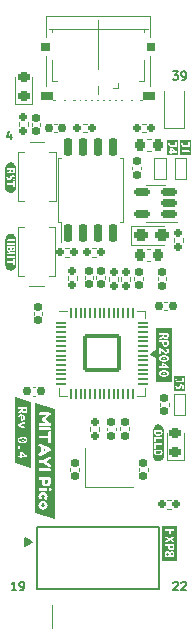
<source format=gbr>
%TF.GenerationSoftware,KiCad,Pcbnew,(6.0.7)*%
%TF.CreationDate,2022-09-23T08:48:44+05:30*%
%TF.ProjectId,Mitayi-Pico-RP2040,4d697461-7969-42d5-9069-636f2d525032,0.4*%
%TF.SameCoordinates,PX825e060PY6d4a840*%
%TF.FileFunction,Legend,Top*%
%TF.FilePolarity,Positive*%
%FSLAX46Y46*%
G04 Gerber Fmt 4.6, Leading zero omitted, Abs format (unit mm)*
G04 Created by KiCad (PCBNEW (6.0.7)) date 2022-09-23 08:48:44*
%MOMM*%
%LPD*%
G01*
G04 APERTURE LIST*
G04 Aperture macros list*
%AMRoundRect*
0 Rectangle with rounded corners*
0 $1 Rounding radius*
0 $2 $3 $4 $5 $6 $7 $8 $9 X,Y pos of 4 corners*
0 Add a 4 corners polygon primitive as box body*
4,1,4,$2,$3,$4,$5,$6,$7,$8,$9,$2,$3,0*
0 Add four circle primitives for the rounded corners*
1,1,$1+$1,$2,$3*
1,1,$1+$1,$4,$5*
1,1,$1+$1,$6,$7*
1,1,$1+$1,$8,$9*
0 Add four rect primitives between the rounded corners*
20,1,$1+$1,$2,$3,$4,$5,0*
20,1,$1+$1,$4,$5,$6,$7,0*
20,1,$1+$1,$6,$7,$8,$9,0*
20,1,$1+$1,$8,$9,$2,$3,0*%
%AMFreePoly0*
4,1,13,-0.340000,0.160000,-0.327821,0.221229,-0.293137,0.273137,-0.241229,0.307821,-0.180000,0.320000,0.340000,0.320000,0.340000,-0.320000,-0.180000,-0.320000,-0.241229,-0.307821,-0.293137,-0.273137,-0.327821,-0.221229,-0.340000,-0.160000,-0.340000,0.160000,-0.340000,0.160000,$1*%
%AMFreePoly1*
4,1,13,-0.340000,0.320000,0.180000,0.320000,0.241229,0.307821,0.293137,0.273137,0.327821,0.221229,0.340000,0.160000,0.340000,-0.160000,0.327821,-0.221229,0.293137,-0.273137,0.241229,-0.307821,0.180000,-0.320000,-0.340000,-0.320000,-0.340000,0.320000,-0.340000,0.320000,$1*%
G04 Aperture macros list end*
%ADD10C,0.150000*%
%ADD11C,0.120000*%
%ADD12C,0.100000*%
%ADD13C,0.020000*%
%ADD14FreePoly0,270.000000*%
%ADD15FreePoly1,270.000000*%
%ADD16RoundRect,0.218750X0.256250X-0.218750X0.256250X0.218750X-0.256250X0.218750X-0.256250X-0.218750X0*%
%ADD17RoundRect,0.155000X0.155000X-0.212500X0.155000X0.212500X-0.155000X0.212500X-0.155000X-0.212500X0*%
%ADD18RoundRect,0.225000X0.225000X0.250000X-0.225000X0.250000X-0.225000X-0.250000X0.225000X-0.250000X0*%
%ADD19RoundRect,0.155000X0.212500X0.155000X-0.212500X0.155000X-0.212500X-0.155000X0.212500X-0.155000X0*%
%ADD20RoundRect,0.160000X0.197500X0.160000X-0.197500X0.160000X-0.197500X-0.160000X0.197500X-0.160000X0*%
%ADD21C,1.500000*%
%ADD22RoundRect,0.160000X-0.160000X0.197500X-0.160000X-0.197500X0.160000X-0.197500X0.160000X0.197500X0*%
%ADD23RoundRect,0.155000X-0.212500X-0.155000X0.212500X-0.155000X0.212500X0.155000X-0.212500X0.155000X0*%
%ADD24RoundRect,0.050000X-0.387500X-0.050000X0.387500X-0.050000X0.387500X0.050000X-0.387500X0.050000X0*%
%ADD25RoundRect,0.050000X-0.050000X-0.387500X0.050000X-0.387500X0.050000X0.387500X-0.050000X0.387500X0*%
%ADD26RoundRect,0.144000X-1.456000X-1.456000X1.456000X-1.456000X1.456000X1.456000X-1.456000X1.456000X0*%
%ADD27RoundRect,0.155000X-0.155000X0.212500X-0.155000X-0.212500X0.155000X-0.212500X0.155000X0.212500X0*%
%ADD28RoundRect,0.150000X0.150000X-0.650000X0.150000X0.650000X-0.150000X0.650000X-0.150000X-0.650000X0*%
%ADD29O,1.600000X1.700000*%
%ADD30R,1.600000X3.200000*%
%ADD31FreePoly0,90.000000*%
%ADD32FreePoly1,90.000000*%
%ADD33RoundRect,0.225000X-0.225000X-0.250000X0.225000X-0.250000X0.225000X0.250000X-0.225000X0.250000X0*%
%ADD34C,0.670000*%
%ADD35R,0.300000X1.450000*%
%ADD36RoundRect,0.500000X0.000000X0.300000X0.000000X0.300000X0.000000X-0.300000X0.000000X-0.300000X0*%
%ADD37R,1.400000X1.200000*%
%ADD38RoundRect,0.160000X0.160000X-0.197500X0.160000X0.197500X-0.160000X0.197500X-0.160000X-0.197500X0*%
%ADD39R,1.000000X1.000000*%
%ADD40R,0.400000X1.350000*%
%ADD41R,1.500000X1.900000*%
%ADD42O,1.200000X1.900000*%
%ADD43C,1.450000*%
%ADD44R,1.200000X1.900000*%
%ADD45R,1.700000X1.150000*%
%ADD46R,3.200000X1.600000*%
%ADD47O,1.700000X1.600000*%
%ADD48RoundRect,0.250000X-0.312500X-0.275000X0.312500X-0.275000X0.312500X0.275000X-0.312500X0.275000X0*%
%ADD49RoundRect,0.160000X-0.197500X-0.160000X0.197500X-0.160000X0.197500X0.160000X-0.197500X0.160000X0*%
%ADD50RoundRect,0.150000X0.512500X0.150000X-0.512500X0.150000X-0.512500X-0.150000X0.512500X-0.150000X0*%
%ADD51R,1.700000X1.700000*%
%ADD52O,1.700000X1.700000*%
G04 APERTURE END LIST*
D10*
X15650000Y3700000D02*
X5350000Y3700000D01*
X15650000Y8950000D02*
X15650000Y3700000D01*
X15650000Y8950000D02*
X5350000Y8950000D01*
X5350000Y3700000D02*
X5350000Y8950000D01*
X16833333Y47483334D02*
X17266666Y47483334D01*
X17033333Y47216667D01*
X17133333Y47216667D01*
X17200000Y47183334D01*
X17233333Y47150000D01*
X17266666Y47083334D01*
X17266666Y46916667D01*
X17233333Y46850000D01*
X17200000Y46816667D01*
X17133333Y46783334D01*
X16933333Y46783334D01*
X16866666Y46816667D01*
X16833333Y46850000D01*
X17600000Y46783334D02*
X17733333Y46783334D01*
X17800000Y46816667D01*
X17833333Y46850000D01*
X17900000Y46950000D01*
X17933333Y47083334D01*
X17933333Y47350000D01*
X17900000Y47416667D01*
X17866666Y47450000D01*
X17800000Y47483334D01*
X17666666Y47483334D01*
X17600000Y47450000D01*
X17566666Y47416667D01*
X17533333Y47350000D01*
X17533333Y47183334D01*
X17566666Y47116667D01*
X17600000Y47083334D01*
X17666666Y47050000D01*
X17800000Y47050000D01*
X17866666Y47083334D01*
X17900000Y47116667D01*
X17933333Y47183334D01*
X4340476Y7954762D02*
X4302380Y7954762D01*
X4416666Y7916667D02*
X4302380Y7916667D01*
X4492857Y7878572D02*
X4302380Y7878572D01*
X4569047Y7840477D02*
X4302380Y7840477D01*
X4607142Y7802381D02*
X4302380Y7802381D01*
X4683333Y7764286D02*
X4302380Y7764286D01*
X4759523Y7726191D02*
X4302380Y7726191D01*
X4835714Y7688096D02*
X4302380Y7688096D01*
X4911904Y7650000D02*
X4302380Y7650000D01*
X4835714Y7611905D02*
X4302380Y7611905D01*
X4759523Y7573810D02*
X4302380Y7573810D01*
X4683333Y7535715D02*
X4302380Y7535715D01*
X4607142Y7497620D02*
X4302380Y7497620D01*
X4569047Y7459524D02*
X4302380Y7459524D01*
X4492857Y7421429D02*
X4302380Y7421429D01*
X4416666Y7383334D02*
X4302380Y7383334D01*
X4302380Y7345239D02*
X4873809Y7650000D01*
X4302380Y7954762D01*
X4340476Y7345239D02*
X4302380Y7345239D01*
X4911904Y7650000D02*
X4302380Y7307143D01*
X4302380Y7992858D01*
X4911904Y7650000D01*
X16866666Y4216667D02*
X16900000Y4250000D01*
X16966666Y4283334D01*
X17133333Y4283334D01*
X17200000Y4250000D01*
X17233333Y4216667D01*
X17266666Y4150000D01*
X17266666Y4083334D01*
X17233333Y3983334D01*
X16833333Y3583334D01*
X17266666Y3583334D01*
X17533333Y4216667D02*
X17566666Y4250000D01*
X17633333Y4283334D01*
X17800000Y4283334D01*
X17866666Y4250000D01*
X17900000Y4216667D01*
X17933333Y4150000D01*
X17933333Y4083334D01*
X17900000Y3983334D01*
X17500000Y3583334D01*
X17933333Y3583334D01*
X3133333Y42200000D02*
X3133333Y41733334D01*
X2966666Y42466667D02*
X2800000Y41966667D01*
X3233333Y41966667D01*
X3566666Y3583334D02*
X3166666Y3583334D01*
X3366666Y3583334D02*
X3366666Y4283334D01*
X3300000Y4183334D01*
X3233333Y4116667D01*
X3166666Y4083334D01*
X3900000Y3583334D02*
X4033333Y3583334D01*
X4100000Y3616667D01*
X4133333Y3650000D01*
X4200000Y3750000D01*
X4233333Y3883334D01*
X4233333Y4150000D01*
X4200000Y4216667D01*
X4166666Y4250000D01*
X4100000Y4283334D01*
X3966666Y4283334D01*
X3900000Y4250000D01*
X3866666Y4216667D01*
X3833333Y4150000D01*
X3833333Y3983334D01*
X3866666Y3916667D01*
X3900000Y3883334D01*
X3966666Y3850000D01*
X4100000Y3850000D01*
X4166666Y3883334D01*
X4200000Y3916667D01*
X4233333Y3983334D01*
X15559523Y23245239D02*
X15597619Y23245239D01*
X15483333Y23283334D02*
X15597619Y23283334D01*
X15407142Y23321429D02*
X15597619Y23321429D01*
X15330952Y23359524D02*
X15597619Y23359524D01*
X15292857Y23397620D02*
X15597619Y23397620D01*
X15216666Y23435715D02*
X15597619Y23435715D01*
X15140476Y23473810D02*
X15597619Y23473810D01*
X15064285Y23511905D02*
X15597619Y23511905D01*
X14988095Y23550000D02*
X15597619Y23550000D01*
X15064285Y23588096D02*
X15597619Y23588096D01*
X15140476Y23626191D02*
X15597619Y23626191D01*
X15216666Y23664286D02*
X15597619Y23664286D01*
X15292857Y23702381D02*
X15597619Y23702381D01*
X15330952Y23740477D02*
X15597619Y23740477D01*
X15407142Y23778572D02*
X15597619Y23778572D01*
X15483333Y23816667D02*
X15597619Y23816667D01*
X15597619Y23854762D02*
X15026190Y23550000D01*
X15597619Y23245239D01*
X15559523Y23854762D02*
X15597619Y23854762D01*
X14988095Y23550000D02*
X15597619Y23892858D01*
X15597619Y23207143D01*
X14988095Y23550000D01*
D11*
%TO.C,JP5*%
X16920000Y20190000D02*
X16920000Y18390000D01*
X17880000Y20190000D02*
X16920000Y20190000D01*
X17880000Y18390000D02*
X16920000Y18390000D01*
X17880000Y20190000D02*
X17880000Y18390000D01*
%TO.C,D2*%
X16295000Y14565000D02*
X17765000Y14565000D01*
X17765000Y14565000D02*
X17765000Y16850000D01*
X16295000Y16850000D02*
X16295000Y14565000D01*
%TO.C,C17*%
X8150000Y13664165D02*
X8150000Y13895835D01*
X8870000Y13664165D02*
X8870000Y13895835D01*
%TO.C,C12*%
X5070000Y26894165D02*
X5070000Y27125835D01*
X5790000Y26894165D02*
X5790000Y27125835D01*
%TO.C,C13*%
X14950580Y41800000D02*
X14669420Y41800000D01*
X14950580Y40780000D02*
X14669420Y40780000D01*
%TO.C,C6*%
X5195835Y20760000D02*
X4964165Y20760000D01*
X5195835Y20040000D02*
X4964165Y20040000D01*
%TO.C,C11*%
X16265000Y29814165D02*
X16265000Y30045835D01*
X15545000Y29814165D02*
X15545000Y30045835D01*
%TO.C,kibuzzard-631DD065*%
G36*
X16814160Y7302985D02*
G01*
X16814795Y7264250D01*
X16807651Y7208211D01*
X16786220Y7164555D01*
X16747644Y7136456D01*
X16689065Y7127090D01*
X16627311Y7136615D01*
X16586830Y7165190D01*
X16564446Y7212497D01*
X16556985Y7278220D01*
X16556985Y7341720D01*
X16810985Y7341720D01*
X16814160Y7302985D01*
G37*
G36*
X17172512Y9021083D02*
G01*
X17172512Y6078917D01*
X15927488Y6078917D01*
X15927488Y6617820D01*
X16139155Y6617820D01*
X16144235Y6547652D01*
X16159475Y6489550D01*
X16210910Y6405095D01*
X16281395Y6358105D01*
X16358865Y6343500D01*
X16416015Y6350961D01*
X16468085Y6373345D01*
X16515710Y6413826D01*
X16559525Y6475580D01*
X16599371Y6426050D01*
X16647790Y6391760D01*
X16700971Y6371757D01*
X16755105Y6365090D01*
X16839560Y6381759D01*
X16904965Y6431765D01*
X16946875Y6510029D01*
X16960845Y6611470D01*
X16955448Y6676875D01*
X16939255Y6730850D01*
X16884645Y6808320D01*
X16810350Y6850865D01*
X16730975Y6864200D01*
X16639535Y6843880D01*
X16597625Y6814670D01*
X16558255Y6767680D01*
X16514599Y6819432D01*
X16464910Y6855310D01*
X16410459Y6876265D01*
X16352515Y6883250D01*
X16262980Y6864200D01*
X16195670Y6810225D01*
X16153760Y6726405D01*
X16142806Y6674811D01*
X16139155Y6617820D01*
X15927488Y6617820D01*
X15927488Y7341720D01*
X16155665Y7341720D01*
X16421095Y7341720D01*
X16421095Y7285840D01*
X16428080Y7191931D01*
X16449035Y7113402D01*
X16483960Y7050255D01*
X16534548Y7004041D01*
X16602493Y6976313D01*
X16687795Y6967070D01*
X16772250Y6976242D01*
X16839348Y7003759D01*
X16889090Y7049620D01*
X16923309Y7112132D01*
X16943841Y7189602D01*
X16950685Y7282030D01*
X16949415Y7331560D01*
X16946240Y7388710D01*
X16940525Y7446495D01*
X16931635Y7497930D01*
X16155665Y7497930D01*
X16155665Y7341720D01*
X15927488Y7341720D01*
X15927488Y7749390D01*
X16155665Y7749390D01*
X16155665Y7580480D01*
X16238850Y7614770D01*
X16289650Y7638106D01*
X16344260Y7664935D01*
X16401569Y7694621D01*
X16460465Y7726530D01*
X16518885Y7759868D01*
X16574765Y7793840D01*
X16941795Y7593180D01*
X16941795Y7750660D01*
X16690335Y7881470D01*
X16941795Y8005930D01*
X16941795Y8174840D01*
X16570955Y7969100D01*
X16515234Y8000215D01*
X16457290Y8032600D01*
X16399029Y8064826D01*
X16342355Y8095465D01*
X16288380Y8124040D01*
X16238215Y8150075D01*
X16155665Y8187540D01*
X16155665Y8018630D01*
X16224404Y7989420D01*
X16301080Y7955130D01*
X16380296Y7918300D01*
X16456655Y7881470D01*
X16377915Y7844164D01*
X16299175Y7808445D01*
X16223927Y7776219D01*
X16155665Y7749390D01*
X15927488Y7749390D01*
X15927488Y8756500D01*
X16155665Y8756500D01*
X16155665Y8252310D01*
X16285205Y8252310D01*
X16285205Y8600290D01*
X16506185Y8600290D01*
X16506185Y8322160D01*
X16635725Y8322160D01*
X16635725Y8600290D01*
X16812255Y8600290D01*
X16812255Y8280250D01*
X16941795Y8280250D01*
X16941795Y8756500D01*
X16155665Y8756500D01*
X15927488Y8756500D01*
X15927488Y9021083D01*
X17172512Y9021083D01*
G37*
G36*
X16808445Y6685765D02*
G01*
X16831305Y6614010D01*
X16809080Y6542255D01*
X16742405Y6512410D01*
X16674460Y6528920D01*
X16610325Y6584800D01*
X16640170Y6647347D01*
X16668745Y6687670D01*
X16741135Y6716880D01*
X16808445Y6685765D01*
G37*
G36*
X16440780Y6718150D02*
G01*
X16506185Y6663540D01*
X16472530Y6584800D01*
X16440780Y6530825D01*
X16405855Y6500345D01*
X16361405Y6490820D01*
X16296000Y6524475D01*
X16268695Y6615280D01*
X16294730Y6701005D01*
X16371565Y6737200D01*
X16440780Y6718150D01*
G37*
%TO.C,kibuzzard-632CA15B*%
G36*
X15924152Y21807443D02*
G01*
X15869895Y21826140D01*
X15817031Y21867574D01*
X15799803Y21923295D01*
X16005150Y21923295D01*
X16029915Y21873130D01*
X16088970Y21853445D01*
X16148660Y21873130D01*
X16174060Y21923295D01*
X16148660Y21975365D01*
X16088970Y21994415D01*
X16029915Y21975365D01*
X16005150Y21923295D01*
X15799803Y21923295D01*
X15799410Y21924565D01*
X15817031Y21980762D01*
X15869895Y22022355D01*
X15924152Y22041405D01*
X15992944Y22052835D01*
X16076270Y22056645D01*
X16158891Y22052835D01*
X16227259Y22041405D01*
X16281375Y22022355D01*
X16334239Y21980762D01*
X16351860Y21924565D01*
X16334239Y21867574D01*
X16281375Y21826140D01*
X16227259Y21807443D01*
X16158891Y21796224D01*
X16076270Y21792485D01*
X15992944Y21796224D01*
X15924152Y21807443D01*
G37*
G36*
X15924152Y23077443D02*
G01*
X15869895Y23096140D01*
X15817031Y23137574D01*
X15799803Y23193295D01*
X16005150Y23193295D01*
X16029915Y23143130D01*
X16088970Y23123445D01*
X16148660Y23143130D01*
X16174060Y23193295D01*
X16148660Y23245365D01*
X16088970Y23264415D01*
X16029915Y23245365D01*
X16005150Y23193295D01*
X15799803Y23193295D01*
X15799410Y23194565D01*
X15817031Y23250762D01*
X15869895Y23292355D01*
X15924152Y23311405D01*
X15992944Y23322835D01*
X16076270Y23326645D01*
X16158891Y23322835D01*
X16227259Y23311405D01*
X16281375Y23292355D01*
X16334239Y23250762D01*
X16351860Y23194565D01*
X16334239Y23137574D01*
X16281375Y23096140D01*
X16227259Y23077443D01*
X16158891Y23066224D01*
X16076270Y23062485D01*
X15992944Y23066224D01*
X15924152Y23077443D01*
G37*
G36*
X16067380Y22654815D02*
G01*
X16140405Y22609730D01*
X16209620Y22562105D01*
X16271850Y22515115D01*
X15994990Y22515115D01*
X15994990Y22692915D01*
X16067380Y22654815D01*
G37*
G36*
X16339795Y24518540D02*
G01*
X16340430Y24479805D01*
X16333286Y24423766D01*
X16311855Y24380110D01*
X16273279Y24352011D01*
X16214700Y24342645D01*
X16152946Y24352170D01*
X16112465Y24380745D01*
X16090081Y24428053D01*
X16082620Y24493775D01*
X16082620Y24557275D01*
X16336620Y24557275D01*
X16339795Y24518540D01*
G37*
G36*
X16339795Y25166875D02*
G01*
X16340430Y25145285D01*
X16333128Y25089088D01*
X16311220Y25044955D01*
X16273755Y25016380D01*
X16219780Y25006855D01*
X16131515Y25042415D01*
X16108179Y25089088D01*
X16100400Y25157985D01*
X16100400Y25192275D01*
X16336620Y25192275D01*
X16339795Y25166875D01*
G37*
G36*
X15400207Y21228182D02*
G01*
X15400207Y21924565D01*
X15664790Y21924565D01*
X15676079Y21842721D01*
X15709946Y21774987D01*
X15766390Y21721365D01*
X15823857Y21690806D01*
X15894660Y21668977D01*
X15978797Y21655881D01*
X16076270Y21651515D01*
X16173147Y21655881D01*
X16256769Y21668977D01*
X16327135Y21690806D01*
X16384245Y21721365D01*
X16440337Y21774987D01*
X16473992Y21842721D01*
X16485210Y21924565D01*
X16473921Y22005139D01*
X16440054Y22072449D01*
X16383610Y22126495D01*
X16326301Y22157610D01*
X16255975Y22179835D01*
X16172631Y22193170D01*
X16076270Y22197615D01*
X15978797Y22193249D01*
X15894660Y22180152D01*
X15823857Y22158324D01*
X15766390Y22127765D01*
X15709946Y22074143D01*
X15676079Y22006409D01*
X15664790Y21924565D01*
X15400207Y21924565D01*
X15400207Y22358905D01*
X15681300Y22358905D01*
X15866720Y22358905D01*
X15866720Y22273815D01*
X15994990Y22273815D01*
X15994990Y22358905D01*
X16467430Y22358905D01*
X16467430Y22498605D01*
X16413296Y22549405D01*
X16352495Y22600205D01*
X16287884Y22649735D01*
X16222320Y22696725D01*
X16157074Y22740540D01*
X16093415Y22780545D01*
X16033884Y22815152D01*
X15981020Y22842775D01*
X15866720Y22842775D01*
X15866720Y22515115D01*
X15681300Y22515115D01*
X15681300Y22358905D01*
X15400207Y22358905D01*
X15400207Y23194565D01*
X15664790Y23194565D01*
X15676079Y23112721D01*
X15709946Y23044987D01*
X15766390Y22991365D01*
X15823857Y22960806D01*
X15894660Y22938977D01*
X15978797Y22925881D01*
X16076270Y22921515D01*
X16173147Y22925881D01*
X16256769Y22938977D01*
X16327135Y22960806D01*
X16384245Y22991365D01*
X16440337Y23044987D01*
X16473992Y23112721D01*
X16485210Y23194565D01*
X16473921Y23275139D01*
X16440054Y23342449D01*
X16383610Y23396495D01*
X16326301Y23427610D01*
X16255975Y23449835D01*
X16172631Y23463170D01*
X16076270Y23467615D01*
X15978797Y23463249D01*
X15894660Y23450152D01*
X15823857Y23428324D01*
X15766390Y23397765D01*
X15709946Y23344143D01*
X15676079Y23276409D01*
X15664790Y23194565D01*
X15400207Y23194565D01*
X15400207Y23560325D01*
X15681300Y23560325D01*
X15810840Y23560325D01*
X15810840Y23898145D01*
X15852750Y23884810D01*
X15897835Y23852425D01*
X15941015Y23811785D01*
X15977210Y23773685D01*
X16040710Y23708915D01*
X16109290Y23651765D01*
X16182315Y23611125D01*
X16260420Y23595885D01*
X16358845Y23616205D01*
X16429330Y23670815D01*
X16471240Y23749555D01*
X16485210Y23842265D01*
X16478860Y23908464D01*
X16459810Y23974980D01*
X16427425Y24037686D01*
X16381070Y24092455D01*
X16271850Y24014985D01*
X16331540Y23934975D01*
X16349320Y23857505D01*
X16323285Y23783845D01*
X16248990Y23754635D01*
X16181680Y23778130D01*
X16113100Y23837820D01*
X16076746Y23875285D01*
X16038805Y23915290D01*
X15998482Y23955295D01*
X15954985Y23992760D01*
X15907836Y24025780D01*
X15856560Y24052450D01*
X15800680Y24070071D01*
X15739720Y24075945D01*
X15713050Y24076580D01*
X15681300Y24073405D01*
X15681300Y23560325D01*
X15400207Y23560325D01*
X15400207Y24557275D01*
X15681300Y24557275D01*
X15946730Y24557275D01*
X15946730Y24501395D01*
X15953715Y24407486D01*
X15974670Y24328957D01*
X16009595Y24265810D01*
X16060183Y24219596D01*
X16128128Y24191868D01*
X16213430Y24182625D01*
X16297885Y24191797D01*
X16364983Y24219314D01*
X16414725Y24265175D01*
X16448944Y24327687D01*
X16469476Y24405157D01*
X16476320Y24497585D01*
X16475050Y24547115D01*
X16471875Y24604265D01*
X16466160Y24662050D01*
X16457270Y24713485D01*
X15681300Y24713485D01*
X15681300Y24557275D01*
X15400207Y24557275D01*
X15400207Y24796035D01*
X15681300Y24796035D01*
X15764485Y24832230D01*
X15852115Y24876045D01*
X15935935Y24923035D01*
X16008960Y24968755D01*
X16044837Y24913193D01*
X16094050Y24876045D01*
X16153105Y24855090D01*
X16218510Y24848105D01*
X16280264Y24853344D01*
X16333445Y24869060D01*
X16414090Y24929385D01*
X16441713Y24972565D01*
X16461080Y25023365D01*
X16472510Y25081150D01*
X16476320Y25145285D01*
X16475050Y25189735D01*
X16471875Y25243075D01*
X16465525Y25298320D01*
X16456000Y25348485D01*
X15681300Y25348485D01*
X15681300Y25192275D01*
X15970860Y25192275D01*
X15970860Y25110995D01*
X15898946Y25067974D01*
X15827985Y25027810D01*
X15756071Y24991456D01*
X15681300Y24959865D01*
X15681300Y24796035D01*
X15400207Y24796035D01*
X15400207Y25771818D01*
X16749793Y25771818D01*
X16749793Y21228182D01*
X15400207Y21228182D01*
G37*
%TO.C,C19*%
X4880000Y42874165D02*
X4880000Y43105835D01*
X5600000Y42874165D02*
X5600000Y43105835D01*
%TO.C,R2*%
X8017621Y32550000D02*
X7682379Y32550000D01*
X8017621Y31790000D02*
X7682379Y31790000D01*
%TO.C,R7*%
X16637621Y10480000D02*
X16302379Y10480000D01*
X16637621Y11240000D02*
X16302379Y11240000D01*
%TO.C,R10*%
X10600000Y17387621D02*
X10600000Y17052379D01*
X9840000Y17387621D02*
X9840000Y17052379D01*
%TO.C,kibuzzard-631DCDB3*%
G36*
X16801111Y40864977D02*
G01*
X16865008Y40825527D01*
X16925571Y40783856D01*
X16980023Y40742739D01*
X16737770Y40742739D01*
X16737770Y40898314D01*
X16801111Y40864977D01*
G37*
G36*
X16333090Y40392696D02*
G01*
X16333090Y40606056D01*
X16463291Y40606056D01*
X16625534Y40606056D01*
X16625534Y40531602D01*
X16737770Y40531602D01*
X16737770Y40606056D01*
X17151155Y40606056D01*
X17151155Y40728293D01*
X17103788Y40772743D01*
X17050587Y40817193D01*
X16994052Y40860532D01*
X16936684Y40901648D01*
X16879593Y40939986D01*
X16823892Y40974991D01*
X16771802Y41005272D01*
X16725546Y41029442D01*
X16625534Y41029442D01*
X16625534Y40742739D01*
X16463291Y40742739D01*
X16463291Y40606056D01*
X16333090Y40606056D01*
X16333090Y41372818D01*
X16448845Y41372818D01*
X16453707Y41311144D01*
X16468292Y41259471D01*
X16491211Y41217104D01*
X16521076Y41183350D01*
X16598864Y41141123D01*
X16644703Y41131538D01*
X16693320Y41128343D01*
X17151155Y41128343D01*
X17151155Y41496167D01*
X17037808Y41496167D01*
X17037808Y41266138D01*
X16701099Y41266138D01*
X16636507Y41274334D01*
X16596086Y41298920D01*
X16574833Y41336841D01*
X16567749Y41385042D01*
X16584417Y41454495D01*
X16618866Y41516169D01*
X16509964Y41568398D01*
X16466625Y41489499D01*
X16453290Y41436993D01*
X16448845Y41372818D01*
X16333090Y41372818D01*
X16333090Y41707304D01*
X17266910Y41707304D01*
X17266910Y40392696D01*
X16333090Y40392696D01*
G37*
%TO.C,C10*%
X16114165Y27990000D02*
X16345835Y27990000D01*
X16114165Y27270000D02*
X16345835Y27270000D01*
%TO.C,U3*%
X14430000Y20020000D02*
X14430000Y20670000D01*
X7860000Y20020000D02*
X7210000Y20020000D01*
X7860000Y27240000D02*
X7210000Y27240000D01*
X14430000Y27240000D02*
X14430000Y26590000D01*
X7210000Y20020000D02*
X7210000Y20670000D01*
X13780000Y20020000D02*
X14430000Y20020000D01*
X13780000Y27240000D02*
X14430000Y27240000D01*
%TO.C,R5*%
X12205000Y30117621D02*
X12205000Y29782379D01*
X11445000Y30117621D02*
X11445000Y29782379D01*
%TO.C,C2*%
X12390000Y17345835D02*
X12390000Y17114165D01*
X13110000Y17345835D02*
X13110000Y17114165D01*
%TO.C,kibuzzard-632CA24A*%
G36*
X4364795Y18890725D02*
G01*
X4365430Y18869135D01*
X4358128Y18812938D01*
X4336220Y18768805D01*
X4298755Y18740230D01*
X4244780Y18730705D01*
X4156515Y18766265D01*
X4133179Y18812938D01*
X4125400Y18881835D01*
X4125400Y18916125D01*
X4361620Y18916125D01*
X4364795Y18890725D01*
G37*
G36*
X4092380Y15108665D02*
G01*
X4165405Y15063580D01*
X4234620Y15015955D01*
X4296850Y14968965D01*
X4019990Y14968965D01*
X4019990Y15146765D01*
X4092380Y15108665D01*
G37*
G36*
X3425207Y14304332D02*
G01*
X3425207Y14812755D01*
X3706300Y14812755D01*
X3891720Y14812755D01*
X3891720Y14727665D01*
X4019990Y14727665D01*
X4019990Y14812755D01*
X4492430Y14812755D01*
X4492430Y14952455D01*
X4438296Y15003255D01*
X4377495Y15054055D01*
X4312884Y15103585D01*
X4247320Y15150575D01*
X4182074Y15194390D01*
X4118415Y15234395D01*
X4058884Y15269002D01*
X4006020Y15296625D01*
X3891720Y15296625D01*
X3891720Y14968965D01*
X3706300Y14968965D01*
X3706300Y14812755D01*
X3425207Y14812755D01*
X3425207Y15647145D01*
X3692330Y15647145D01*
X3721540Y15568405D01*
X3806630Y15534115D01*
X3889180Y15568405D01*
X3918390Y15647145D01*
X3910770Y15690325D01*
X3889180Y15726520D01*
X3854255Y15751920D01*
X3806630Y15761445D01*
X3757735Y15751920D01*
X3722175Y15726520D01*
X3699950Y15690325D01*
X3692330Y15647145D01*
X3425207Y15647145D01*
X3425207Y16283415D01*
X3689790Y16283415D01*
X3701079Y16201571D01*
X3734946Y16133837D01*
X3791390Y16080215D01*
X3848857Y16049656D01*
X3919660Y16027827D01*
X4003797Y16014731D01*
X4101270Y16010365D01*
X4198147Y16014731D01*
X4281769Y16027827D01*
X4352135Y16049656D01*
X4409245Y16080215D01*
X4465337Y16133837D01*
X4498992Y16201571D01*
X4510210Y16283415D01*
X4498921Y16363989D01*
X4465054Y16431299D01*
X4408610Y16485345D01*
X4351301Y16516460D01*
X4280975Y16538685D01*
X4197631Y16552020D01*
X4101270Y16556465D01*
X4003797Y16552099D01*
X3919660Y16539002D01*
X3848857Y16517174D01*
X3791390Y16486615D01*
X3734946Y16432993D01*
X3701079Y16365259D01*
X3689790Y16283415D01*
X3425207Y16283415D01*
X3425207Y17624535D01*
X3706300Y17624535D01*
X3706300Y17493725D01*
X3785957Y17454778D01*
X3874222Y17414138D01*
X3971095Y17371805D01*
X4048763Y17340134D01*
X4130004Y17309893D01*
X4214816Y17281079D01*
X4303200Y17253695D01*
X4303200Y17412445D01*
X4253353Y17425621D01*
X4200330Y17442290D01*
X4145561Y17461023D01*
X4090475Y17480390D01*
X4036024Y17500234D01*
X3983160Y17520395D01*
X3887910Y17557225D01*
X3983160Y17592150D01*
X4036024Y17610406D01*
X4090475Y17628345D01*
X4145561Y17645649D01*
X4200330Y17662000D01*
X4253353Y17676764D01*
X4303200Y17689305D01*
X4303200Y17853135D01*
X4214816Y17826108D01*
X4130004Y17798366D01*
X4048763Y17769910D01*
X3971095Y17740740D01*
X3874222Y17701582D01*
X3785957Y17662847D01*
X3706300Y17624535D01*
X3425207Y17624535D01*
X3425207Y18138885D01*
X3692330Y18138885D01*
X3701855Y18036015D01*
X3725350Y17949655D01*
X3858700Y17971245D01*
X3838380Y18043000D01*
X3828220Y18132535D01*
X3836634Y18201750D01*
X3861875Y18256995D01*
X3901721Y18293190D01*
X3953950Y18305255D01*
X3953950Y17917905D01*
X3980620Y17916000D01*
X4012370Y17915365D01*
X4104304Y17922985D01*
X4180292Y17945845D01*
X4240335Y17983945D01*
X4283727Y18036721D01*
X4309762Y18103607D01*
X4318440Y18184605D01*
X4313360Y18237310D01*
X4298120Y18288745D01*
X4272879Y18336688D01*
X4237795Y18378915D01*
X4192869Y18414475D01*
X4138100Y18442415D01*
X4073647Y18460513D01*
X3999670Y18466545D01*
X3928232Y18460830D01*
X3866320Y18443685D01*
X3813774Y18415904D01*
X3770435Y18378280D01*
X3736462Y18331290D01*
X3712015Y18275410D01*
X3697251Y18211116D01*
X3692330Y18138885D01*
X3425207Y18138885D01*
X3425207Y18519885D01*
X3706300Y18519885D01*
X3789485Y18556080D01*
X3877115Y18599895D01*
X3960935Y18646885D01*
X4033960Y18692605D01*
X4069837Y18637043D01*
X4119050Y18599895D01*
X4178105Y18578940D01*
X4243510Y18571955D01*
X4305264Y18577194D01*
X4358445Y18592910D01*
X4439090Y18653235D01*
X4466713Y18696415D01*
X4486080Y18747215D01*
X4497510Y18805000D01*
X4501320Y18869135D01*
X4500050Y18913585D01*
X4496875Y18966925D01*
X4490525Y19022170D01*
X4481000Y19072335D01*
X3706300Y19072335D01*
X3706300Y18916125D01*
X3995860Y18916125D01*
X3995860Y18834845D01*
X3923946Y18791824D01*
X3852985Y18751660D01*
X3781071Y18715306D01*
X3706300Y18683715D01*
X3706300Y18519885D01*
X3425207Y18519885D01*
X3425207Y19900544D01*
X4774793Y19495668D01*
X4774793Y13899456D01*
X3425207Y14304332D01*
G37*
G36*
X3949152Y16166293D02*
G01*
X3894895Y16184990D01*
X3842031Y16226424D01*
X3824803Y16282145D01*
X4030150Y16282145D01*
X4054915Y16231980D01*
X4113970Y16212295D01*
X4173660Y16231980D01*
X4199060Y16282145D01*
X4173660Y16334215D01*
X4113970Y16353265D01*
X4054915Y16334215D01*
X4030150Y16282145D01*
X3824803Y16282145D01*
X3824410Y16283415D01*
X3842031Y16339612D01*
X3894895Y16381205D01*
X3949152Y16400255D01*
X4017944Y16411685D01*
X4101270Y16415495D01*
X4183891Y16411685D01*
X4252259Y16400255D01*
X4306375Y16381205D01*
X4359239Y16339612D01*
X4376860Y16283415D01*
X4359239Y16226424D01*
X4306375Y16184990D01*
X4252259Y16166293D01*
X4183891Y16155074D01*
X4101270Y16151335D01*
X4017944Y16155074D01*
X3949152Y16166293D01*
G37*
G36*
X4108890Y18294460D02*
G01*
X4149530Y18271600D01*
X4177470Y18234770D01*
X4187630Y18182065D01*
X4176835Y18128725D01*
X4148260Y18093165D01*
X4108255Y18072845D01*
X4061900Y18066495D01*
X4061900Y18305255D01*
X4108890Y18294460D01*
G37*
%TO.C,U1*%
X7135000Y37450000D02*
X7135000Y40175000D01*
X7135000Y40175000D02*
X7395000Y40175000D01*
X12585000Y34725000D02*
X12325000Y34725000D01*
X12585000Y37450000D02*
X12585000Y40175000D01*
X7395000Y34725000D02*
X7395000Y33050000D01*
X7135000Y37450000D02*
X7135000Y34725000D01*
X12585000Y40175000D02*
X12325000Y40175000D01*
X7135000Y34725000D02*
X7395000Y34725000D01*
X12585000Y37450000D02*
X12585000Y34725000D01*
%TO.C,C5*%
X11080000Y29909165D02*
X11080000Y30140835D01*
X10360000Y29909165D02*
X10360000Y30140835D01*
%TO.C,R1*%
X10347621Y31790000D02*
X10012379Y31790000D01*
X10347621Y32550000D02*
X10012379Y32550000D01*
%TO.C,C4*%
X14290000Y29824165D02*
X14290000Y30055835D01*
X13570000Y29824165D02*
X13570000Y30055835D01*
%TO.C,C1*%
X6794165Y42340000D02*
X7025835Y42340000D01*
X6794165Y43060000D02*
X7025835Y43060000D01*
%TO.C,J5*%
X6620000Y370000D02*
X6620000Y2300000D01*
%TO.C,JP1*%
X17020000Y38350000D02*
X17980000Y38350000D01*
X17020000Y38350000D02*
X17020000Y40150000D01*
X17020000Y40150000D02*
X17980000Y40150000D01*
X17980000Y38350000D02*
X17980000Y40150000D01*
%TO.C,R9*%
X16920000Y33357621D02*
X16920000Y33022379D01*
X17680000Y33357621D02*
X17680000Y33022379D01*
%TO.C,C9*%
X11270000Y17104165D02*
X11270000Y17335835D01*
X11990000Y17104165D02*
X11990000Y17335835D01*
%TO.C,C8*%
X15740000Y19425835D02*
X15740000Y19194165D01*
X16460000Y19425835D02*
X16460000Y19194165D01*
%TO.C,C15*%
X14649420Y32430000D02*
X14930580Y32430000D01*
X14649420Y31410000D02*
X14930580Y31410000D01*
D12*
%TO.C,J2*%
X14910000Y45070000D02*
X14910000Y52170000D01*
X6110000Y52170000D02*
X14910000Y52170000D01*
X14910000Y45070000D02*
X6110000Y45070000D01*
X6110000Y45070000D02*
X6110000Y52170000D01*
X6310000Y51070000D02*
X14710000Y51070000D01*
D13*
X10510000Y45550000D02*
X10510000Y51870000D01*
D11*
%TO.C,C16*%
X13400000Y39204165D02*
X13400000Y39435835D01*
X14120000Y39204165D02*
X14120000Y39435835D01*
%TO.C,JP4*%
X15270000Y40150000D02*
X15270000Y38350000D01*
X16230000Y40150000D02*
X15270000Y40150000D01*
X16230000Y40150000D02*
X16230000Y38350000D01*
X16230000Y38350000D02*
X15270000Y38350000D01*
%TO.C,R4*%
X9517621Y42320000D02*
X9182379Y42320000D01*
X9517621Y43080000D02*
X9182379Y43080000D01*
%TO.C,Y1*%
X9430000Y12300000D02*
X13430000Y12300000D01*
X9430000Y15600000D02*
X9430000Y12300000D01*
%TO.C,R8*%
X4550000Y42852379D02*
X4550000Y43187621D01*
X3790000Y42852379D02*
X3790000Y43187621D01*
%TO.C,D1*%
X16050000Y42700000D02*
X17750000Y42700000D01*
X17750000Y42700000D02*
X17750000Y45850000D01*
X16050000Y42700000D02*
X16050000Y45850000D01*
%TO.C,D3*%
X3465000Y44715000D02*
X4935000Y44715000D01*
X4935000Y44715000D02*
X4935000Y47000000D01*
X3465000Y47000000D02*
X3465000Y44715000D01*
%TO.C,J6*%
X14410000Y48487500D02*
X14410000Y46637500D01*
X6610000Y46637500D02*
X7060000Y46637500D01*
X6610000Y48487500D02*
X6610000Y46637500D01*
X12210000Y46087500D02*
X12210000Y46537500D01*
X14410000Y51037500D02*
X14410000Y50787500D01*
X14410000Y46637500D02*
X13960000Y46637500D01*
X6610000Y51037500D02*
X6610000Y50787500D01*
X12210000Y46087500D02*
X11760000Y46087500D01*
%TO.C,kibuzzard-631DCE60*%
G36*
X16933090Y20458253D02*
G01*
X16933090Y20869416D01*
X17048845Y20869416D01*
X17053012Y20805797D01*
X17065514Y20750512D01*
X17085516Y20703562D01*
X17112186Y20664946D01*
X17182751Y20613828D01*
X17271095Y20597159D01*
X17335548Y20604691D01*
X17389628Y20627287D01*
X17433338Y20664946D01*
X17466428Y20717915D01*
X17488653Y20786442D01*
X17500013Y20870527D01*
X17563354Y20864971D01*
X17637808Y20859414D01*
X17637808Y20622718D01*
X17751155Y20622718D01*
X17751155Y20973873D01*
X17666283Y20978040D01*
X17578356Y20983874D01*
X17487928Y20991653D01*
X17395555Y21001654D01*
X17393194Y20925256D01*
X17386109Y20864971D01*
X17359439Y20784405D01*
X17318323Y20746622D01*
X17265539Y20737177D01*
X17228867Y20742733D01*
X17197197Y20763291D01*
X17174416Y20804407D01*
X17165526Y20870527D01*
X17168027Y20922478D01*
X17175527Y20964983D01*
X17197752Y21027213D01*
X17084405Y21054994D01*
X17072181Y21023324D01*
X17060513Y20977207D01*
X17052179Y20923867D01*
X17048845Y20869416D01*
X16933090Y20869416D01*
X16933090Y21407261D01*
X17048845Y21407261D01*
X17053707Y21345586D01*
X17068292Y21293913D01*
X17091211Y21251547D01*
X17121076Y21217793D01*
X17198864Y21175565D01*
X17244703Y21165980D01*
X17293320Y21162786D01*
X17751155Y21162786D01*
X17751155Y21530609D01*
X17637808Y21530609D01*
X17637808Y21300581D01*
X17301099Y21300581D01*
X17236507Y21308776D01*
X17196086Y21333363D01*
X17174833Y21371284D01*
X17167749Y21419484D01*
X17184417Y21488938D01*
X17218866Y21550612D01*
X17109964Y21602841D01*
X17066625Y21523942D01*
X17053290Y21471435D01*
X17048845Y21407261D01*
X16933090Y21407261D01*
X16933090Y21741747D01*
X17866910Y21741747D01*
X17866910Y20458253D01*
X16933090Y20458253D01*
G37*
%TO.C,kibuzzard-632C7F13*%
G36*
X5893737Y10908480D02*
G01*
X5937849Y10875261D01*
X5973568Y10779535D01*
X5939278Y10683809D01*
X5896058Y10650590D01*
X5834979Y10639517D01*
X5773543Y10651305D01*
X5729252Y10686666D01*
X5693533Y10780964D01*
X5728537Y10873832D01*
X5772114Y10908122D01*
X5832836Y10919552D01*
X5893737Y10908480D01*
G37*
G36*
X6085011Y15470121D02*
G01*
X5889272Y15374395D01*
X5889272Y15564419D01*
X6085011Y15470121D01*
G37*
G36*
X5142988Y10088972D02*
G01*
X5142988Y10779535D01*
X5442073Y10779535D01*
X5452967Y10686845D01*
X5485650Y10597369D01*
X5541371Y10516109D01*
X5621381Y10448065D01*
X5720144Y10401988D01*
X5832122Y10386629D01*
X5939675Y10399805D01*
X6033734Y10439334D01*
X6114300Y10505215D01*
X6175816Y10588241D01*
X6212725Y10679205D01*
X6225028Y10778106D01*
X6212646Y10877166D01*
X6175498Y10968606D01*
X6113586Y11052426D01*
X6032623Y11119101D01*
X5938326Y11159106D01*
X5830693Y11172441D01*
X5722287Y11157261D01*
X5625667Y11111719D01*
X5546015Y11044032D01*
X5488507Y10962415D01*
X5453682Y10872404D01*
X5442073Y10779535D01*
X5142988Y10779535D01*
X5142988Y11522485D01*
X5447788Y11522485D01*
X5462076Y11413186D01*
X5504938Y11322460D01*
X5553873Y11263524D01*
X5606379Y11243879D01*
X5680674Y11276740D01*
X5737467Y11333533D01*
X5756398Y11381039D01*
X5729966Y11444618D01*
X5703534Y11528914D01*
X5737110Y11613925D01*
X5831407Y11653930D01*
X5926419Y11612496D01*
X5960709Y11523199D01*
X5936421Y11449619D01*
X5904988Y11372466D01*
X5924633Y11324246D01*
X5983569Y11273882D01*
X6065723Y11243879D01*
X6130731Y11281026D01*
X6157877Y11321031D01*
X6172164Y11343891D01*
X6201454Y11419615D01*
X6216456Y11525342D01*
X6205978Y11613131D01*
X6174546Y11697427D01*
X6122158Y11778231D01*
X6069116Y11831452D01*
X6001429Y11873957D01*
X5922133Y11901818D01*
X5834265Y11911105D01*
X5746040Y11901818D01*
X5665672Y11873957D01*
X5596914Y11831452D01*
X5543514Y11778231D01*
X5490333Y11695205D01*
X5458424Y11609956D01*
X5447788Y11522485D01*
X5142988Y11522485D01*
X5142988Y12129704D01*
X5454932Y12129704D01*
X5464219Y12056480D01*
X5492079Y12019690D01*
X5529941Y12006117D01*
X5579233Y12003974D01*
X6079296Y12003974D01*
X6120729Y12005402D01*
X6182166Y12031120D01*
X6206454Y12128275D01*
X6206364Y12128989D01*
X6309324Y12128989D01*
X6317897Y12056837D01*
X6347186Y12018976D01*
X6384334Y12006117D01*
X6433626Y12003974D01*
X6482918Y12006117D01*
X6520779Y12019690D01*
X6549712Y12056123D01*
X6559356Y12128275D01*
X6549712Y12201856D01*
X6520779Y12239717D01*
X6484346Y12251862D01*
X6435054Y12254005D01*
X6385763Y12251862D01*
X6347901Y12239003D01*
X6317897Y12201141D01*
X6309324Y12128989D01*
X6206364Y12128989D01*
X6197168Y12201856D01*
X6169307Y12239717D01*
X6131445Y12251862D01*
X6082153Y12254005D01*
X5580662Y12254005D01*
X5530656Y12251862D01*
X5493508Y12239717D01*
X5464576Y12202213D01*
X5454932Y12129704D01*
X5142988Y12129704D01*
X5142988Y13031245D01*
X5456361Y13031245D01*
X5466005Y12957664D01*
X5494937Y12919802D01*
X5532799Y12906229D01*
X5582091Y12904086D01*
X5743539Y12904086D01*
X5743539Y12725492D01*
X5753699Y12641672D01*
X5784179Y12559757D01*
X5834979Y12479748D01*
X5886950Y12426527D01*
X5954280Y12384021D01*
X6033754Y12356161D01*
X6122158Y12346874D01*
X6210741Y12356161D01*
X6290751Y12384021D01*
X6358616Y12426527D01*
X6410766Y12479748D01*
X6461566Y12559599D01*
X6492046Y12641038D01*
X6502206Y12724064D01*
X6502206Y13029816D01*
X6492562Y13103397D01*
X6463629Y13141259D01*
X6425768Y13154832D01*
X6376476Y13156975D01*
X5583519Y13156975D01*
X5509224Y13148402D01*
X5469577Y13110541D01*
X5456361Y13031245D01*
X5142988Y13031245D01*
X5142988Y13759907D01*
X5454932Y13759907D01*
X5464576Y13686327D01*
X5493508Y13648465D01*
X5530656Y13634892D01*
X5580662Y13632749D01*
X6375047Y13632749D01*
X6449342Y13639892D01*
X6488990Y13678826D01*
X6502206Y13758479D01*
X6492562Y13832059D01*
X6463629Y13869921D01*
X6425768Y13883494D01*
X6376476Y13885637D01*
X5582091Y13885637D01*
X5509224Y13877065D01*
X5468505Y13839203D01*
X5454932Y13759907D01*
X5142988Y13759907D01*
X5142988Y14432849D01*
X5452074Y14432849D01*
X5460647Y14359982D01*
X5490651Y14321406D01*
X5528512Y14307833D01*
X5577804Y14305690D01*
X5850696Y14305690D01*
X6312182Y13997080D01*
X6387906Y13964219D01*
X6434340Y13981721D01*
X6482203Y14034227D01*
X6517922Y14117809D01*
X6504349Y14164244D01*
X6447913Y14211392D01*
X6093583Y14432849D01*
X6447913Y14654305D01*
X6506492Y14705740D01*
X6517922Y14748603D01*
X6475774Y14838614D01*
X6432733Y14885763D01*
X6387906Y14901479D01*
X6312182Y14868618D01*
X5850696Y14560008D01*
X5580662Y14560008D01*
X5529941Y14557864D01*
X5491365Y14544291D01*
X5460647Y14505715D01*
X5452074Y14432849D01*
X5142988Y14432849D01*
X5142988Y15103647D01*
X5440644Y15103647D01*
X5464933Y15027209D01*
X5508867Y14965058D01*
X5557802Y14944341D01*
X5630668Y14968630D01*
X6427911Y15354393D01*
X6483632Y15401541D01*
X6502206Y15468693D01*
X6482203Y15536558D01*
X6429339Y15584421D01*
X5630668Y15970184D01*
X5557802Y15994473D01*
X5509224Y15973756D01*
X5466362Y15911605D01*
X5442073Y15835167D01*
X5455646Y15789447D01*
X5482078Y15763729D01*
X5523512Y15741584D01*
X5677817Y15667289D01*
X5677817Y15271525D01*
X5523512Y15197230D01*
X5480649Y15175084D01*
X5453503Y15149367D01*
X5440644Y15103647D01*
X5142988Y15103647D01*
X5142988Y16538826D01*
X5454932Y16538826D01*
X5463504Y16467389D01*
X5492794Y16429527D01*
X5529227Y16416668D01*
X5577804Y16414525D01*
X6296466Y16414525D01*
X6296466Y16141634D01*
X6309324Y16068768D01*
X6340043Y16044479D01*
X6399336Y16037335D01*
X6459343Y16044479D01*
X6492919Y16073054D01*
X6503634Y16140205D01*
X6503634Y16934590D01*
X6490776Y17007456D01*
X6460058Y17031745D01*
X6400764Y17038889D01*
X6340757Y17031745D01*
X6307181Y17003170D01*
X6296466Y16936019D01*
X6296466Y16661699D01*
X5579233Y16661699D01*
X5529941Y16659556D01*
X5492794Y16646697D01*
X5463504Y16609549D01*
X5454932Y16538826D01*
X5142988Y16538826D01*
X5142988Y17244629D01*
X5454932Y17244629D01*
X5464576Y17171048D01*
X5493508Y17133186D01*
X5530656Y17119613D01*
X5580662Y17117470D01*
X6375047Y17117470D01*
X6449342Y17124614D01*
X6488990Y17163547D01*
X6502206Y17243200D01*
X6492562Y17316781D01*
X6463629Y17354643D01*
X6425768Y17368216D01*
X6376476Y17370359D01*
X5582091Y17370359D01*
X5509224Y17361786D01*
X5468505Y17323924D01*
X5454932Y17244629D01*
X5142988Y17244629D01*
X5142988Y17607531D01*
X5456361Y17607531D01*
X5464933Y17538951D01*
X5502438Y17498232D01*
X5580662Y17484659D01*
X6373618Y17484659D01*
X6423624Y17486802D01*
X6462201Y17500375D01*
X6491133Y17538058D01*
X6500777Y17611103D01*
X6491133Y17685220D01*
X6462201Y17726118D01*
X6412309Y17765151D01*
X6344929Y17817100D01*
X6260061Y17881966D01*
X6157705Y17959747D01*
X6037862Y18050444D01*
X6463629Y18374770D01*
X6472202Y18383343D01*
X6491490Y18419776D01*
X6500777Y18486213D01*
X6491490Y18559079D01*
X6463629Y18597655D01*
X6425768Y18611228D01*
X6376476Y18613371D01*
X5583519Y18613371D01*
X5532084Y18611228D01*
X5494937Y18597655D01*
X5466005Y18559793D01*
X5456361Y18489070D01*
X5466005Y18416204D01*
X5494937Y18377628D01*
X5531370Y18364054D01*
X5580662Y18361911D01*
X6062151Y18361911D01*
X6026610Y18335479D01*
X5937135Y18270471D01*
X5840873Y18200105D01*
X5784973Y18157600D01*
X5769257Y18146170D01*
X5739967Y18108308D01*
X5724966Y18049729D01*
X5741396Y17989722D01*
X5767114Y17954718D01*
X5800689Y17929000D01*
X5843016Y17897925D01*
X5921419Y17841846D01*
X6004822Y17781482D01*
X6062151Y17737548D01*
X5583519Y17737548D01*
X5509224Y17730404D01*
X5480649Y17710401D01*
X5463504Y17673254D01*
X5456361Y17607531D01*
X5142988Y17607531D01*
X5142988Y19425235D01*
X6857012Y18911028D01*
X6857012Y9574765D01*
X5142988Y10088972D01*
G37*
G36*
X6249317Y12725492D02*
G01*
X6217170Y12639767D01*
X6122158Y12598334D01*
X6027861Y12639767D01*
X5996428Y12724064D01*
X5996428Y12904086D01*
X6249317Y12904086D01*
X6249317Y12725492D01*
G37*
%TO.C,SW1*%
X5900000Y41550000D02*
X4700000Y41550000D01*
X6900000Y40700000D02*
X6900000Y36500000D01*
X3700000Y36500000D02*
X4250000Y36500000D01*
X6350000Y40700000D02*
X6900000Y40700000D01*
X3700000Y40700000D02*
X3700000Y36500000D01*
X4250000Y40700000D02*
X3700000Y40700000D01*
X6900000Y36500000D02*
X6350000Y36500000D01*
%TO.C,C18*%
X13970000Y13925835D02*
X13970000Y13694165D01*
X14690000Y13925835D02*
X14690000Y13694165D01*
%TO.C,kibuzzard-631DCCA6*%
G36*
X3539047Y30990676D02*
G01*
X3513573Y30906700D01*
X3472206Y30829308D01*
X3416535Y30761473D01*
X3348700Y30705802D01*
X3271308Y30664435D01*
X3187332Y30638961D01*
X3100000Y30630359D01*
X3012668Y30638961D01*
X2928692Y30664435D01*
X2851300Y30705802D01*
X2783465Y30761473D01*
X2727794Y30829308D01*
X2686427Y30906700D01*
X2660953Y30990676D01*
X2652351Y31078008D01*
X2652351Y31305444D01*
X2759402Y31305444D01*
X3333918Y31305444D01*
X3333918Y31124310D01*
X3447266Y31124310D01*
X3447266Y31624372D01*
X3333918Y31624372D01*
X3333918Y31443239D01*
X2759402Y31443239D01*
X2759402Y31305444D01*
X2652351Y31305444D01*
X2652351Y31932189D01*
X2744956Y31932189D01*
X2749540Y31869959D01*
X2763291Y31818841D01*
X2785655Y31777725D01*
X2816076Y31745499D01*
X2854136Y31721885D01*
X2899419Y31706605D01*
X2951092Y31698271D01*
X3008322Y31695492D01*
X3447266Y31695492D01*
X3447266Y31832176D01*
X3018323Y31832176D01*
X2945536Y31836621D01*
X2897752Y31852179D01*
X2871638Y31882182D01*
X2863859Y31929966D01*
X2871638Y31977750D01*
X2897197Y32007198D01*
X2944425Y32022200D01*
X3017212Y32026645D01*
X3447266Y32026645D01*
X3447266Y32164440D01*
X3008322Y32164440D01*
X2951092Y32161662D01*
X2899419Y32153327D01*
X2854136Y32138326D01*
X2816076Y32115545D01*
X2763291Y32043869D01*
X2749540Y31993446D01*
X2744956Y31932189D01*
X2652351Y31932189D01*
X2652351Y32512261D01*
X2750512Y32512261D01*
X2753151Y32457393D01*
X2761069Y32406137D01*
X2775237Y32360020D01*
X2796629Y32320571D01*
X2863304Y32263341D01*
X2910115Y32247506D01*
X2967206Y32242228D01*
X3013878Y32248478D01*
X3058328Y32267231D01*
X3097222Y32303485D01*
X3127226Y32362243D01*
X3187233Y32298346D01*
X3227794Y32280427D01*
X3273911Y32274454D01*
X3338363Y32284455D01*
X3396704Y32322238D01*
X3438931Y32398914D01*
X3451016Y32455032D01*
X3455044Y32525596D01*
X3450044Y32617830D01*
X3438376Y32703396D01*
X2770514Y32703396D01*
X2761763Y32655335D01*
X2755512Y32606718D01*
X2751762Y32558656D01*
X2750512Y32512261D01*
X2652351Y32512261D01*
X2652351Y33043439D01*
X2744956Y33043439D01*
X2749540Y32981209D01*
X2763291Y32930091D01*
X2785655Y32888975D01*
X2816076Y32856749D01*
X2854136Y32833135D01*
X2899419Y32817855D01*
X2951092Y32809521D01*
X3008322Y32806743D01*
X3447266Y32806743D01*
X3447266Y32943426D01*
X3018323Y32943426D01*
X2945536Y32947871D01*
X2897752Y32963429D01*
X2871638Y32993433D01*
X2863859Y33041216D01*
X2871638Y33089000D01*
X2897197Y33118448D01*
X2944425Y33133450D01*
X3017212Y33137895D01*
X3447266Y33137895D01*
X3447266Y33275690D01*
X3008322Y33275690D01*
X2951092Y33272912D01*
X2899419Y33264578D01*
X2854136Y33249576D01*
X2816076Y33226795D01*
X2763291Y33155119D01*
X2749540Y33104696D01*
X2744956Y33043439D01*
X2652351Y33043439D01*
X2652351Y33321992D01*
X2660953Y33409324D01*
X2686427Y33493300D01*
X2727794Y33570692D01*
X2783465Y33638527D01*
X2851300Y33694198D01*
X2928692Y33735565D01*
X3012668Y33761039D01*
X3100000Y33769641D01*
X3187332Y33761039D01*
X3271308Y33735565D01*
X3348700Y33694198D01*
X3416535Y33638527D01*
X3472206Y33570692D01*
X3513573Y33493300D01*
X3539047Y33409324D01*
X3547649Y33321992D01*
X3547649Y31078008D01*
X3539047Y30990676D01*
G37*
G36*
X3060551Y32493370D02*
G01*
X3038881Y32408359D01*
X2967206Y32376689D01*
X2917755Y32387801D01*
X2887751Y32416138D01*
X2873305Y32455588D01*
X2869416Y32501149D01*
X2870527Y32535042D01*
X2873861Y32566713D01*
X3060551Y32566713D01*
X3060551Y32493370D01*
G37*
G36*
X3335029Y32536709D02*
G01*
X3336141Y32504483D01*
X3333363Y32467811D01*
X3322250Y32436696D01*
X3298914Y32415583D01*
X3259464Y32407804D01*
X3196679Y32434474D01*
X3173898Y32513373D01*
X3173898Y32566713D01*
X3331696Y32566713D01*
X3335029Y32536709D01*
G37*
%TO.C,kibuzzard-631DCCC7*%
G36*
X3331696Y39130634D02*
G01*
X3332251Y39111743D01*
X3325862Y39062570D01*
X3306693Y39023954D01*
X3273911Y38998951D01*
X3226683Y38990617D01*
X3149451Y39021732D01*
X3129031Y39062570D01*
X3122225Y39122856D01*
X3122225Y39152859D01*
X3328918Y39152859D01*
X3331696Y39130634D01*
G37*
G36*
X3542862Y37576064D02*
G01*
X3517167Y37491359D01*
X3475440Y37413294D01*
X3419286Y37344869D01*
X3350861Y37288715D01*
X3272796Y37246988D01*
X3188091Y37221293D01*
X3100000Y37212617D01*
X3011909Y37221293D01*
X2927204Y37246988D01*
X2849139Y37288715D01*
X2780714Y37344869D01*
X2724560Y37413294D01*
X2682833Y37491359D01*
X2657138Y37576064D01*
X2648462Y37664155D01*
X2648462Y37891591D01*
X2755512Y37891591D01*
X3330029Y37891591D01*
X3330029Y37710457D01*
X3443376Y37710457D01*
X3443376Y38210519D01*
X3330029Y38210519D01*
X3330029Y38029386D01*
X2755512Y38029386D01*
X2755512Y37891591D01*
X2648462Y37891591D01*
X2648462Y38536116D01*
X2741066Y38536116D01*
X2746931Y38458143D01*
X2764526Y38394616D01*
X2793851Y38345536D01*
X2857609Y38298447D01*
X2943314Y38282751D01*
X2995126Y38287473D01*
X3037214Y38301642D01*
X3099444Y38349981D01*
X3139449Y38414434D01*
X3166675Y38481664D01*
X3183344Y38524447D01*
X3203902Y38563341D01*
X3230572Y38591678D01*
X3265576Y38602791D01*
X3309409Y38590690D01*
X3335708Y38554390D01*
X3344475Y38493888D01*
X3333363Y38415545D01*
X3306693Y38353871D01*
X3412261Y38313866D01*
X3444488Y38393320D01*
X3455322Y38444576D01*
X3458934Y38503889D01*
X3452884Y38571984D01*
X3434733Y38629584D01*
X3404483Y38676689D01*
X3339474Y38723778D01*
X3253353Y38739474D01*
X3171676Y38721694D01*
X3116669Y38676689D01*
X3079997Y38616126D01*
X3054439Y38551673D01*
X3034992Y38505001D01*
X3011656Y38462773D01*
X2982207Y38431658D01*
X2944425Y38419434D01*
X2911643Y38424435D01*
X2882751Y38442771D01*
X2862748Y38478886D01*
X2855525Y38536116D01*
X2859414Y38591539D01*
X2871082Y38637795D01*
X2904420Y38709471D01*
X2793295Y38749476D01*
X2759402Y38672799D01*
X2745650Y38613070D01*
X2741066Y38536116D01*
X2648462Y38536116D01*
X2648462Y38806149D01*
X2755512Y38806149D01*
X2828299Y38837820D01*
X2904976Y38876158D01*
X2978318Y38917274D01*
X3042215Y38957279D01*
X3073608Y38908662D01*
X3116669Y38876158D01*
X3168342Y38857822D01*
X3225571Y38851711D01*
X3279606Y38856295D01*
X3326139Y38870046D01*
X3396704Y38922831D01*
X3420873Y38960613D01*
X3437820Y39005063D01*
X3447821Y39055625D01*
X3451155Y39111743D01*
X3450044Y39150637D01*
X3447266Y39197309D01*
X3441709Y39245649D01*
X3433375Y39289543D01*
X2755512Y39289543D01*
X2755512Y39152859D01*
X3008877Y39152859D01*
X3008877Y39081739D01*
X2945953Y39044096D01*
X2883862Y39008952D01*
X2820937Y38977143D01*
X2755512Y38949501D01*
X2755512Y38806149D01*
X2648462Y38806149D01*
X2648462Y39335845D01*
X2657138Y39423936D01*
X2682833Y39508641D01*
X2724560Y39586706D01*
X2780714Y39655131D01*
X2849139Y39711285D01*
X2927204Y39753012D01*
X3011909Y39778707D01*
X3100000Y39787383D01*
X3188091Y39778707D01*
X3272796Y39753012D01*
X3350861Y39711285D01*
X3419286Y39655131D01*
X3475440Y39586706D01*
X3517167Y39508641D01*
X3542862Y39423936D01*
X3551538Y39335845D01*
X3551538Y37664155D01*
X3542862Y37576064D01*
G37*
%TO.C,C7*%
X10080000Y29914165D02*
X10080000Y30145835D01*
X9360000Y29914165D02*
X9360000Y30145835D01*
%TO.C,R6*%
X13205000Y30117621D02*
X13205000Y29782379D01*
X12445000Y30117621D02*
X12445000Y29782379D01*
%TO.C,kibuzzard-631DCD0C*%
G36*
X15832807Y15292683D02*
G01*
X15833363Y15272681D01*
X15813916Y15198227D01*
X15762243Y15152666D01*
X15687789Y15129329D01*
X15601111Y15122662D01*
X15552077Y15124745D01*
X15507211Y15130996D01*
X15433312Y15158777D01*
X15384417Y15209895D01*
X15366637Y15288238D01*
X15366637Y15300462D01*
X15367749Y15312686D01*
X15830029Y15312686D01*
X15832807Y15292683D01*
G37*
G36*
X16036322Y14850664D02*
G01*
X16011007Y14767209D01*
X15969896Y14690297D01*
X15914571Y14622883D01*
X15847157Y14567557D01*
X15770245Y14526447D01*
X15686790Y14501131D01*
X15600000Y14492583D01*
X15513210Y14501131D01*
X15429755Y14526447D01*
X15352843Y14567557D01*
X15285429Y14622883D01*
X15230104Y14690297D01*
X15188993Y14767209D01*
X15163678Y14850664D01*
X15155130Y14937454D01*
X15155130Y15302684D01*
X15247734Y15302684D01*
X15252595Y15235593D01*
X15267181Y15174335D01*
X15292323Y15120023D01*
X15328855Y15073767D01*
X15377333Y15036123D01*
X15438313Y15007647D01*
X15512628Y14989729D01*
X15601111Y14983756D01*
X15687650Y14989173D01*
X15760576Y15005425D01*
X15820861Y15031400D01*
X15869478Y15065988D01*
X15906566Y15109188D01*
X15932264Y15161000D01*
X15947266Y15220035D01*
X15952266Y15284904D01*
X15948933Y15361581D01*
X15935598Y15449369D01*
X15264402Y15449369D01*
X15251623Y15374360D01*
X15247734Y15302684D01*
X15155130Y15302684D01*
X15155130Y15553827D01*
X15256624Y15553827D01*
X15369971Y15553827D01*
X15369971Y15858309D01*
X15563329Y15858309D01*
X15563329Y15614946D01*
X15676676Y15614946D01*
X15676676Y15858309D01*
X15831140Y15858309D01*
X15831140Y15578274D01*
X15944488Y15578274D01*
X15944488Y15994993D01*
X15256624Y15994993D01*
X15256624Y15553827D01*
X15155130Y15553827D01*
X15155130Y16109452D01*
X15256624Y16109452D01*
X15369971Y16109452D01*
X15369971Y16403933D01*
X15944488Y16403933D01*
X15944488Y16541728D01*
X15256624Y16541728D01*
X15256624Y16109452D01*
X15155130Y16109452D01*
X15155130Y16969559D01*
X15247734Y16969559D01*
X15252595Y16902468D01*
X15267181Y16841210D01*
X15292323Y16786898D01*
X15328855Y16740642D01*
X15377333Y16702998D01*
X15438313Y16674522D01*
X15512628Y16656604D01*
X15601111Y16650631D01*
X15687650Y16656048D01*
X15760576Y16672300D01*
X15820861Y16698275D01*
X15869478Y16732863D01*
X15906566Y16776063D01*
X15932264Y16827875D01*
X15947266Y16886910D01*
X15952266Y16951779D01*
X15948933Y17028456D01*
X15935598Y17116244D01*
X15264402Y17116244D01*
X15251623Y17041235D01*
X15247734Y16969559D01*
X15155130Y16969559D01*
X15155130Y17162546D01*
X15163678Y17249336D01*
X15188993Y17332791D01*
X15230104Y17409703D01*
X15285429Y17477117D01*
X15352843Y17532443D01*
X15429755Y17573553D01*
X15513210Y17598869D01*
X15600000Y17607417D01*
X15686790Y17598869D01*
X15770245Y17573553D01*
X15847157Y17532443D01*
X15914571Y17477117D01*
X15969896Y17409703D01*
X16011007Y17332791D01*
X16036322Y17249336D01*
X16044870Y17162546D01*
X16044870Y14937454D01*
X16036322Y14850664D01*
G37*
G36*
X15832807Y16959558D02*
G01*
X15833363Y16939556D01*
X15813916Y16865102D01*
X15762243Y16819541D01*
X15687789Y16796204D01*
X15601111Y16789537D01*
X15552077Y16791620D01*
X15507211Y16797871D01*
X15433312Y16825652D01*
X15384417Y16876770D01*
X15366637Y16955113D01*
X15366637Y16967337D01*
X15367749Y16979561D01*
X15830029Y16979561D01*
X15832807Y16959558D01*
G37*
%TO.C,C14*%
X13325000Y32815000D02*
X16035000Y32815000D01*
X16035000Y34385000D02*
X13325000Y34385000D01*
X13325000Y34385000D02*
X13325000Y32815000D01*
%TO.C,R3*%
X14232379Y42320000D02*
X14567621Y42320000D01*
X14232379Y43080000D02*
X14567621Y43080000D01*
%TO.C,U2*%
X15350000Y34770000D02*
X17150000Y34770000D01*
X15350000Y37890000D02*
X16150000Y37890000D01*
X15350000Y37890000D02*
X14550000Y37890000D01*
X15350000Y34770000D02*
X14550000Y34770000D01*
%TO.C,R11*%
X7950000Y30197621D02*
X7950000Y29862379D01*
X8710000Y30197621D02*
X8710000Y29862379D01*
%TO.C,SW2*%
X4685000Y29285000D02*
X5885000Y29285000D01*
X6335000Y30135000D02*
X6885000Y30135000D01*
X3685000Y34335000D02*
X4235000Y34335000D01*
X6885000Y34335000D02*
X6335000Y34335000D01*
X4235000Y30135000D02*
X3685000Y30135000D01*
X6885000Y30135000D02*
X6885000Y34335000D01*
X3685000Y30135000D02*
X3685000Y34335000D01*
%TO.C,kibuzzard-631DCDA0*%
G36*
X17433090Y40401586D02*
G01*
X17433090Y40540492D01*
X17563291Y40540492D01*
X17676639Y40540492D01*
X17676639Y40677176D01*
X18251155Y40677176D01*
X18251155Y40770521D01*
X18207816Y40818304D01*
X18167811Y40877201D01*
X18133363Y40939431D01*
X18107804Y40997216D01*
X17994456Y40952766D01*
X18021682Y40884979D01*
X18061131Y40813859D01*
X17676639Y40813859D01*
X17676639Y40958322D01*
X17563291Y40958322D01*
X17563291Y40540492D01*
X17433090Y40540492D01*
X17433090Y41363928D01*
X17548845Y41363928D01*
X17553707Y41302254D01*
X17568292Y41250581D01*
X17591211Y41208214D01*
X17621076Y41174460D01*
X17698864Y41132233D01*
X17744703Y41122648D01*
X17793320Y41119453D01*
X18251155Y41119453D01*
X18251155Y41487277D01*
X18137808Y41487277D01*
X18137808Y41257248D01*
X17801099Y41257248D01*
X17736507Y41265444D01*
X17696086Y41290030D01*
X17674833Y41327951D01*
X17667749Y41376152D01*
X17684417Y41445605D01*
X17718866Y41507279D01*
X17609964Y41559508D01*
X17566625Y41480609D01*
X17553290Y41428103D01*
X17548845Y41363928D01*
X17433090Y41363928D01*
X17433090Y41698414D01*
X18366910Y41698414D01*
X18366910Y40401586D01*
X17433090Y40401586D01*
G37*
%TD*%
%LPC*%
D14*
%TO.C,JP5*%
X17400000Y19730000D03*
D15*
X17400000Y18850000D03*
%TD*%
D16*
%TO.C,D2*%
X17030000Y15262500D03*
X17030000Y16837500D03*
%TD*%
D17*
%TO.C,C17*%
X8510000Y13212500D03*
X8510000Y14347500D03*
%TD*%
%TO.C,C12*%
X5430000Y26442500D03*
X5430000Y27577500D03*
%TD*%
D18*
%TO.C,C13*%
X15585000Y41290000D03*
X14035000Y41290000D03*
%TD*%
D19*
%TO.C,C6*%
X5647500Y20400000D03*
X4512500Y20400000D03*
%TD*%
D17*
%TO.C,C11*%
X15905000Y29362500D03*
X15905000Y30497500D03*
%TD*%
%TO.C,C19*%
X5240000Y42422500D03*
X5240000Y43557500D03*
%TD*%
D20*
%TO.C,R2*%
X8447500Y32170000D03*
X7252500Y32170000D03*
%TD*%
%TO.C,R7*%
X17067500Y10860000D03*
X15872500Y10860000D03*
%TD*%
D21*
%TO.C,H3*%
X17000000Y1490000D03*
%TD*%
D22*
%TO.C,R10*%
X10220000Y17817500D03*
X10220000Y16622500D03*
%TD*%
D23*
%TO.C,C10*%
X15662500Y27630000D03*
X16797500Y27630000D03*
%TD*%
D24*
%TO.C,U3*%
X7382500Y26230000D03*
X7382500Y25830000D03*
X7382500Y25430000D03*
X7382500Y25030000D03*
X7382500Y24630000D03*
X7382500Y24230000D03*
X7382500Y23830000D03*
X7382500Y23430000D03*
X7382500Y23030000D03*
X7382500Y22630000D03*
X7382500Y22230000D03*
X7382500Y21830000D03*
X7382500Y21430000D03*
X7382500Y21030000D03*
D25*
X8220000Y20192500D03*
X8620000Y20192500D03*
X9020000Y20192500D03*
X9420000Y20192500D03*
X9820000Y20192500D03*
X10220000Y20192500D03*
X10620000Y20192500D03*
X11020000Y20192500D03*
X11420000Y20192500D03*
X11820000Y20192500D03*
X12220000Y20192500D03*
X12620000Y20192500D03*
X13020000Y20192500D03*
X13420000Y20192500D03*
D24*
X14257500Y21030000D03*
X14257500Y21430000D03*
X14257500Y21830000D03*
X14257500Y22230000D03*
X14257500Y22630000D03*
X14257500Y23030000D03*
X14257500Y23430000D03*
X14257500Y23830000D03*
X14257500Y24230000D03*
X14257500Y24630000D03*
X14257500Y25030000D03*
X14257500Y25430000D03*
X14257500Y25830000D03*
X14257500Y26230000D03*
D25*
X13420000Y27067500D03*
X13020000Y27067500D03*
X12620000Y27067500D03*
X12220000Y27067500D03*
X11820000Y27067500D03*
X11420000Y27067500D03*
X11020000Y27067500D03*
X10620000Y27067500D03*
X10220000Y27067500D03*
X9820000Y27067500D03*
X9420000Y27067500D03*
X9020000Y27067500D03*
X8620000Y27067500D03*
X8220000Y27067500D03*
D26*
X10820000Y23630000D03*
%TD*%
D22*
%TO.C,R5*%
X11825000Y30547500D03*
X11825000Y29352500D03*
%TD*%
D27*
%TO.C,C2*%
X12750000Y17797500D03*
X12750000Y16662500D03*
%TD*%
D28*
%TO.C,U1*%
X7955000Y33850000D03*
X9225000Y33850000D03*
X10495000Y33850000D03*
X11765000Y33850000D03*
X11765000Y41050000D03*
X10495000Y41050000D03*
X9225000Y41050000D03*
X7955000Y41050000D03*
%TD*%
D17*
%TO.C,C5*%
X10720000Y29457500D03*
X10720000Y30592500D03*
%TD*%
D20*
%TO.C,R1*%
X10777500Y32170000D03*
X9582500Y32170000D03*
%TD*%
D17*
%TO.C,C4*%
X13930000Y29372500D03*
X13930000Y30507500D03*
%TD*%
D23*
%TO.C,C1*%
X6342500Y42700000D03*
X7477500Y42700000D03*
%TD*%
D29*
%TO.C,J5*%
X7950000Y1600000D03*
D30*
X7950000Y-10000D03*
D29*
X10490000Y1600000D03*
D30*
X10490000Y-10000D03*
D29*
X13030000Y1600000D03*
D30*
X13030000Y-10000D03*
%TD*%
D31*
%TO.C,JP1*%
X17500000Y38810000D03*
D32*
X17500000Y39690000D03*
%TD*%
D22*
%TO.C,R9*%
X17300000Y33787500D03*
X17300000Y32592500D03*
%TD*%
D17*
%TO.C,C9*%
X11630000Y16652500D03*
X11630000Y17787500D03*
%TD*%
D27*
%TO.C,C8*%
X16100000Y19877500D03*
X16100000Y18742500D03*
%TD*%
D33*
%TO.C,C15*%
X14015000Y31920000D03*
X15565000Y31920000D03*
%TD*%
D21*
%TO.C,H2*%
X4000000Y1490000D03*
%TD*%
D34*
%TO.C,J2*%
X7610000Y45920000D03*
X13410000Y45920000D03*
D35*
X13910000Y44470000D03*
X13110000Y44470000D03*
X11760000Y44470000D03*
X10760000Y44470000D03*
X10260000Y44470000D03*
X9260000Y44470000D03*
X7910000Y44470000D03*
X7110000Y44470000D03*
X7410000Y44470000D03*
X8210000Y44470000D03*
X8760000Y44470000D03*
X9760000Y44470000D03*
X11260000Y44470000D03*
X12260000Y44470000D03*
X12810000Y44470000D03*
X13610000Y44470000D03*
D36*
X14830000Y45390000D03*
X6190000Y45390000D03*
X14830000Y49570000D03*
X6190000Y49570000D03*
%TD*%
D17*
%TO.C,C16*%
X13760000Y38752500D03*
X13760000Y39887500D03*
%TD*%
D14*
%TO.C,JP4*%
X15750000Y39690000D03*
D15*
X15750000Y38810000D03*
%TD*%
D20*
%TO.C,R4*%
X9947500Y42700000D03*
X8752500Y42700000D03*
%TD*%
D37*
%TO.C,Y1*%
X10330000Y13100000D03*
X12530000Y13100000D03*
X12530000Y14800000D03*
X10330000Y14800000D03*
%TD*%
D38*
%TO.C,R8*%
X4170000Y42422500D03*
X4170000Y43617500D03*
%TD*%
D39*
%TO.C,D1*%
X16900000Y43350000D03*
X16900000Y45850000D03*
%TD*%
D16*
%TO.C,D3*%
X4200000Y45412500D03*
X4200000Y46987500D03*
%TD*%
D21*
%TO.C,H4*%
X17000000Y49490000D03*
%TD*%
D40*
%TO.C,J6*%
X11810000Y46937500D03*
X11160000Y46937500D03*
X10510000Y46937500D03*
X9860000Y46937500D03*
X9210000Y46937500D03*
D41*
X11510000Y49637500D03*
D42*
X7010000Y49637500D03*
D43*
X13010000Y46937500D03*
D44*
X13410000Y49637500D03*
D43*
X8010000Y46937500D03*
D42*
X14010000Y49637500D03*
D44*
X7610000Y49637500D03*
D41*
X9510000Y49637500D03*
%TD*%
D21*
%TO.C,H1*%
X4000000Y49490000D03*
%TD*%
D45*
%TO.C,SW1*%
X5300000Y40775000D03*
X5300000Y36425000D03*
%TD*%
D27*
%TO.C,C18*%
X14330000Y14377500D03*
X14330000Y13242500D03*
%TD*%
D17*
%TO.C,C7*%
X9720000Y29462500D03*
X9720000Y30597500D03*
%TD*%
D22*
%TO.C,R6*%
X12825000Y30547500D03*
X12825000Y29352500D03*
%TD*%
D46*
%TO.C,J3*%
X-10000Y49700000D03*
D47*
X1600000Y49700000D03*
D46*
X-10000Y47160000D03*
D47*
X1600000Y47160000D03*
D46*
X-10000Y44620000D03*
D47*
X1600000Y44620000D03*
D46*
X-10000Y42080000D03*
D47*
X1600000Y42080000D03*
X1600000Y39540000D03*
D46*
X-10000Y39540000D03*
D47*
X1600000Y37000000D03*
D46*
X-10000Y37000000D03*
X-10000Y34460000D03*
D47*
X1600000Y34460000D03*
D46*
X-10000Y31920000D03*
D47*
X1600000Y31920000D03*
X1600000Y29380000D03*
D46*
X-10000Y29380000D03*
X-10000Y26840000D03*
D47*
X1600000Y26840000D03*
D46*
X-10000Y24300000D03*
D47*
X1600000Y24300000D03*
D46*
X-10000Y21760000D03*
D47*
X1600000Y21760000D03*
D46*
X-10000Y19220000D03*
D47*
X1600000Y19220000D03*
D46*
X-10000Y16680000D03*
D47*
X1600000Y16680000D03*
D46*
X-10000Y14140000D03*
D47*
X1600000Y14140000D03*
D46*
X-10000Y11600000D03*
D47*
X1600000Y11600000D03*
X1600000Y9060000D03*
D46*
X-10000Y9060000D03*
X-10000Y6520000D03*
D47*
X1600000Y6520000D03*
D46*
X-10000Y3980000D03*
D47*
X1600000Y3980000D03*
D46*
X-10000Y1440000D03*
D47*
X1600000Y1440000D03*
%TD*%
D48*
%TO.C,C14*%
X14147500Y33600000D03*
X15922500Y33600000D03*
%TD*%
D49*
%TO.C,R3*%
X13802500Y42700000D03*
X14997500Y42700000D03*
%TD*%
D50*
%TO.C,U2*%
X16487500Y35380000D03*
X16487500Y36330000D03*
X16487500Y37280000D03*
X14212500Y37280000D03*
X14212500Y35380000D03*
%TD*%
D22*
%TO.C,R11*%
X8330000Y30627500D03*
X8330000Y29432500D03*
%TD*%
D45*
%TO.C,SW2*%
X5285000Y30060000D03*
X5285000Y34410000D03*
%TD*%
D51*
%TO.C,J1*%
X6675000Y7600000D03*
D52*
X6675000Y5060000D03*
X9215000Y7600000D03*
X9215000Y5060000D03*
X11755000Y7600000D03*
X11755000Y5060000D03*
X14295000Y7600000D03*
X14295000Y5060000D03*
%TD*%
D46*
%TO.C,J4*%
X21010000Y49700000D03*
D47*
X19400000Y49700000D03*
D46*
X21010000Y47160000D03*
D47*
X19400000Y47160000D03*
D46*
X21010000Y44620000D03*
D47*
X19400000Y44620000D03*
X19400000Y42080000D03*
D46*
X21010000Y42080000D03*
D47*
X19400000Y39540000D03*
D46*
X21010000Y39540000D03*
X21010000Y37000000D03*
D47*
X19400000Y37000000D03*
D46*
X21010000Y34460000D03*
D47*
X19400000Y34460000D03*
X19400000Y31920000D03*
D46*
X21010000Y31920000D03*
X21010000Y29380000D03*
D47*
X19400000Y29380000D03*
D46*
X21010000Y26840000D03*
D47*
X19400000Y26840000D03*
D46*
X21010000Y24300000D03*
D47*
X19400000Y24300000D03*
D46*
X21010000Y21760000D03*
D47*
X19400000Y21760000D03*
X19400000Y19220000D03*
D46*
X21010000Y19220000D03*
D47*
X19400000Y16680000D03*
D46*
X21010000Y16680000D03*
X21010000Y14140000D03*
D47*
X19400000Y14140000D03*
X19400000Y11600000D03*
D46*
X21010000Y11600000D03*
X21010000Y9060000D03*
D47*
X19400000Y9060000D03*
X19400000Y6520000D03*
D46*
X21010000Y6520000D03*
X21010000Y3980000D03*
D47*
X19400000Y3980000D03*
D46*
X21010000Y1440000D03*
D47*
X19400000Y1440000D03*
%TD*%
M02*

</source>
